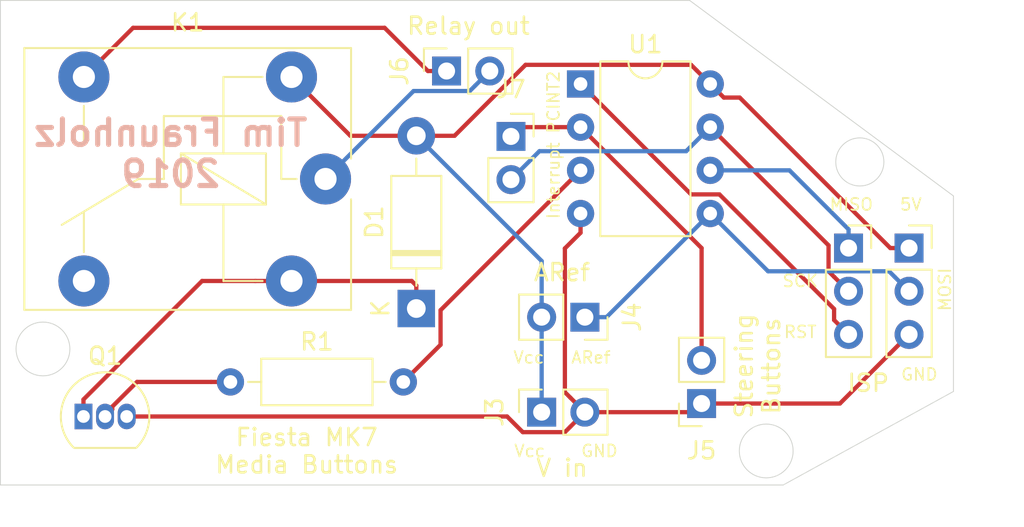
<source format=kicad_pcb>
(kicad_pcb (version 20171130) (host pcbnew "(5.1.2)-2")

  (general
    (thickness 1.6)
    (drawings 25)
    (tracks 78)
    (zones 0)
    (modules 12)
    (nets 13)
  )

  (page A4)
  (layers
    (0 F.Cu signal)
    (31 B.Cu signal)
    (32 B.Adhes user)
    (33 F.Adhes user)
    (34 B.Paste user)
    (35 F.Paste user)
    (36 B.SilkS user)
    (37 F.SilkS user)
    (38 B.Mask user)
    (39 F.Mask user)
    (40 Dwgs.User user)
    (41 Cmts.User user)
    (42 Eco1.User user)
    (43 Eco2.User user)
    (44 Edge.Cuts user)
    (45 Margin user)
    (46 B.CrtYd user)
    (47 F.CrtYd user)
    (48 B.Fab user)
    (49 F.Fab user)
  )

  (setup
    (last_trace_width 0.25)
    (trace_clearance 0.2)
    (zone_clearance 0.508)
    (zone_45_only no)
    (trace_min 0.2)
    (via_size 0.8)
    (via_drill 0.4)
    (via_min_size 0.4)
    (via_min_drill 0.3)
    (uvia_size 0.3)
    (uvia_drill 0.1)
    (uvias_allowed no)
    (uvia_min_size 0.2)
    (uvia_min_drill 0.1)
    (edge_width 0.05)
    (segment_width 0.2)
    (pcb_text_width 0.3)
    (pcb_text_size 1.5 1.5)
    (mod_edge_width 0.12)
    (mod_text_size 1 1)
    (mod_text_width 0.15)
    (pad_size 1.524 1.524)
    (pad_drill 0.762)
    (pad_to_mask_clearance 0.051)
    (solder_mask_min_width 0.25)
    (aux_axis_origin 0 0)
    (visible_elements FFFFFF7F)
    (pcbplotparams
      (layerselection 0x010fc_ffffffff)
      (usegerberextensions false)
      (usegerberattributes false)
      (usegerberadvancedattributes false)
      (creategerberjobfile false)
      (excludeedgelayer true)
      (linewidth 0.100000)
      (plotframeref false)
      (viasonmask false)
      (mode 1)
      (useauxorigin false)
      (hpglpennumber 1)
      (hpglpenspeed 20)
      (hpglpendiameter 15.000000)
      (psnegative false)
      (psa4output false)
      (plotreference true)
      (plotvalue true)
      (plotinvisibletext false)
      (padsonsilk false)
      (subtractmaskfromsilk false)
      (outputformat 1)
      (mirror false)
      (drillshape 0)
      (scaleselection 1)
      (outputdirectory "gerber/"))
  )

  (net 0 "")
  (net 1 "Net-(D1-Pad1)")
  (net 2 +5V)
  (net 3 "Net-(J1-Pad1)")
  (net 4 "Net-(J1-Pad2)")
  (net 5 "Net-(J1-Pad3)")
  (net 6 GND)
  (net 7 "Net-(J2-Pad2)")
  (net 8 "Net-(J5-Pad2)")
  (net 9 "Net-(J6-Pad1)")
  (net 10 "Net-(J6-Pad2)")
  (net 11 "Net-(Q1-Pad2)")
  (net 12 "Net-(R1-Pad2)")

  (net_class Default "Dies ist die voreingestellte Netzklasse."
    (clearance 0.2)
    (trace_width 0.25)
    (via_dia 0.8)
    (via_drill 0.4)
    (uvia_dia 0.3)
    (uvia_drill 0.1)
    (add_net +5V)
    (add_net GND)
    (add_net "Net-(D1-Pad1)")
    (add_net "Net-(J1-Pad1)")
    (add_net "Net-(J1-Pad2)")
    (add_net "Net-(J1-Pad3)")
    (add_net "Net-(J2-Pad2)")
    (add_net "Net-(J5-Pad2)")
    (add_net "Net-(J6-Pad1)")
    (add_net "Net-(J6-Pad2)")
    (add_net "Net-(Q1-Pad2)")
    (add_net "Net-(R1-Pad2)")
  )

  (module Connector_PinSocket_2.54mm:PinSocket_1x02_P2.54mm_Vertical (layer F.Cu) (tedit 5A19A420) (tstamp 5D49DAB9)
    (at 144.5 -50)
    (descr "Through hole straight socket strip, 1x02, 2.54mm pitch, single row (from Kicad 4.0.7), script generated")
    (tags "Through hole socket strip THT 1x02 2.54mm single row")
    (path /5D4B0220)
    (fp_text reference J7 (at 0 -2.77) (layer F.SilkS)
      (effects (font (size 1 1) (thickness 0.15)))
    )
    (fp_text value interrupt (at 0 5.31) (layer F.Fab)
      (effects (font (size 1 1) (thickness 0.15)))
    )
    (fp_text user %R (at 0 1.27 90) (layer F.Fab)
      (effects (font (size 1 1) (thickness 0.15)))
    )
    (fp_line (start -1.8 4.3) (end -1.8 -1.8) (layer F.CrtYd) (width 0.05))
    (fp_line (start 1.75 4.3) (end -1.8 4.3) (layer F.CrtYd) (width 0.05))
    (fp_line (start 1.75 -1.8) (end 1.75 4.3) (layer F.CrtYd) (width 0.05))
    (fp_line (start -1.8 -1.8) (end 1.75 -1.8) (layer F.CrtYd) (width 0.05))
    (fp_line (start 0 -1.33) (end 1.33 -1.33) (layer F.SilkS) (width 0.12))
    (fp_line (start 1.33 -1.33) (end 1.33 0) (layer F.SilkS) (width 0.12))
    (fp_line (start 1.33 1.27) (end 1.33 3.87) (layer F.SilkS) (width 0.12))
    (fp_line (start -1.33 3.87) (end 1.33 3.87) (layer F.SilkS) (width 0.12))
    (fp_line (start -1.33 1.27) (end -1.33 3.87) (layer F.SilkS) (width 0.12))
    (fp_line (start -1.33 1.27) (end 1.33 1.27) (layer F.SilkS) (width 0.12))
    (fp_line (start -1.27 3.81) (end -1.27 -1.27) (layer F.Fab) (width 0.1))
    (fp_line (start 1.27 3.81) (end -1.27 3.81) (layer F.Fab) (width 0.1))
    (fp_line (start 1.27 -0.635) (end 1.27 3.81) (layer F.Fab) (width 0.1))
    (fp_line (start 0.635 -1.27) (end 1.27 -0.635) (layer F.Fab) (width 0.1))
    (fp_line (start -1.27 -1.27) (end 0.635 -1.27) (layer F.Fab) (width 0.1))
    (pad 2 thru_hole oval (at 0 2.54) (size 1.7 1.7) (drill 1) (layers *.Cu *.Mask)
      (net 4 "Net-(J1-Pad2)"))
    (pad 1 thru_hole rect (at 0 0) (size 1.7 1.7) (drill 1) (layers *.Cu *.Mask)
      (net 8 "Net-(J5-Pad2)"))
    (model ${KISYS3DMOD}/Connector_PinSocket_2.54mm.3dshapes/PinSocket_1x02_P2.54mm_Vertical.wrl
      (at (xyz 0 0 0))
      (scale (xyz 1 1 1))
      (rotate (xyz 0 0 0))
    )
  )

  (module Diode_THT:D_DO-41_SOD81_P10.16mm_Horizontal (layer F.Cu) (tedit 5AE50CD5) (tstamp 5D499B65)
    (at 138.938 -39.878 90)
    (descr "Diode, DO-41_SOD81 series, Axial, Horizontal, pin pitch=10.16mm, , length*diameter=5.2*2.7mm^2, , http://www.diodes.com/_files/packages/DO-41%20(Plastic).pdf")
    (tags "Diode DO-41_SOD81 series Axial Horizontal pin pitch 10.16mm  length 5.2mm diameter 2.7mm")
    (path /5D496A83)
    (fp_text reference D1 (at 5.08 -2.47 90) (layer F.SilkS)
      (effects (font (size 1 1) (thickness 0.15)))
    )
    (fp_text value DIODE (at 5.08 2.47 90) (layer F.Fab)
      (effects (font (size 1 1) (thickness 0.15)))
    )
    (fp_line (start 2.48 -1.35) (end 2.48 1.35) (layer F.Fab) (width 0.1))
    (fp_line (start 2.48 1.35) (end 7.68 1.35) (layer F.Fab) (width 0.1))
    (fp_line (start 7.68 1.35) (end 7.68 -1.35) (layer F.Fab) (width 0.1))
    (fp_line (start 7.68 -1.35) (end 2.48 -1.35) (layer F.Fab) (width 0.1))
    (fp_line (start 0 0) (end 2.48 0) (layer F.Fab) (width 0.1))
    (fp_line (start 10.16 0) (end 7.68 0) (layer F.Fab) (width 0.1))
    (fp_line (start 3.26 -1.35) (end 3.26 1.35) (layer F.Fab) (width 0.1))
    (fp_line (start 3.36 -1.35) (end 3.36 1.35) (layer F.Fab) (width 0.1))
    (fp_line (start 3.16 -1.35) (end 3.16 1.35) (layer F.Fab) (width 0.1))
    (fp_line (start 2.36 -1.47) (end 2.36 1.47) (layer F.SilkS) (width 0.12))
    (fp_line (start 2.36 1.47) (end 7.8 1.47) (layer F.SilkS) (width 0.12))
    (fp_line (start 7.8 1.47) (end 7.8 -1.47) (layer F.SilkS) (width 0.12))
    (fp_line (start 7.8 -1.47) (end 2.36 -1.47) (layer F.SilkS) (width 0.12))
    (fp_line (start 1.34 0) (end 2.36 0) (layer F.SilkS) (width 0.12))
    (fp_line (start 8.82 0) (end 7.8 0) (layer F.SilkS) (width 0.12))
    (fp_line (start 3.26 -1.47) (end 3.26 1.47) (layer F.SilkS) (width 0.12))
    (fp_line (start 3.38 -1.47) (end 3.38 1.47) (layer F.SilkS) (width 0.12))
    (fp_line (start 3.14 -1.47) (end 3.14 1.47) (layer F.SilkS) (width 0.12))
    (fp_line (start -1.35 -1.6) (end -1.35 1.6) (layer F.CrtYd) (width 0.05))
    (fp_line (start -1.35 1.6) (end 11.51 1.6) (layer F.CrtYd) (width 0.05))
    (fp_line (start 11.51 1.6) (end 11.51 -1.6) (layer F.CrtYd) (width 0.05))
    (fp_line (start 11.51 -1.6) (end -1.35 -1.6) (layer F.CrtYd) (width 0.05))
    (fp_text user %R (at 5.47 0 90) (layer F.Fab)
      (effects (font (size 1 1) (thickness 0.15)))
    )
    (fp_text user K (at 0 -2.1 90) (layer F.Fab)
      (effects (font (size 1 1) (thickness 0.15)))
    )
    (fp_text user K (at 0 -2.1 90) (layer F.SilkS)
      (effects (font (size 1 1) (thickness 0.15)))
    )
    (pad 1 thru_hole rect (at 0 0 90) (size 2.2 2.2) (drill 1.1) (layers *.Cu *.Mask)
      (net 1 "Net-(D1-Pad1)"))
    (pad 2 thru_hole oval (at 10.16 0 90) (size 2.2 2.2) (drill 1.1) (layers *.Cu *.Mask)
      (net 2 +5V))
    (model ${KISYS3DMOD}/Diode_THT.3dshapes/D_DO-41_SOD81_P10.16mm_Horizontal.wrl
      (at (xyz 0 0 0))
      (scale (xyz 1 1 1))
      (rotate (xyz 0 0 0))
    )
  )

  (module Connector_PinSocket_2.54mm:PinSocket_1x03_P2.54mm_Vertical (layer F.Cu) (tedit 5A19A429) (tstamp 5D499B7C)
    (at 164.338 -43.434)
    (descr "Through hole straight socket strip, 1x03, 2.54mm pitch, single row (from Kicad 4.0.7), script generated")
    (tags "Through hole socket strip THT 1x03 2.54mm single row")
    (path /5D49AEB6)
    (fp_text reference J1 (at 0 -2.77) (layer F.SilkS) hide
      (effects (font (size 1 1) (thickness 0.15)))
    )
    (fp_text value Conn_01x03_Male (at 0 7.85) (layer F.Fab)
      (effects (font (size 1 1) (thickness 0.15)))
    )
    (fp_line (start -1.27 -1.27) (end 0.635 -1.27) (layer F.Fab) (width 0.1))
    (fp_line (start 0.635 -1.27) (end 1.27 -0.635) (layer F.Fab) (width 0.1))
    (fp_line (start 1.27 -0.635) (end 1.27 6.35) (layer F.Fab) (width 0.1))
    (fp_line (start 1.27 6.35) (end -1.27 6.35) (layer F.Fab) (width 0.1))
    (fp_line (start -1.27 6.35) (end -1.27 -1.27) (layer F.Fab) (width 0.1))
    (fp_line (start -1.33 1.27) (end 1.33 1.27) (layer F.SilkS) (width 0.12))
    (fp_line (start -1.33 1.27) (end -1.33 6.41) (layer F.SilkS) (width 0.12))
    (fp_line (start -1.33 6.41) (end 1.33 6.41) (layer F.SilkS) (width 0.12))
    (fp_line (start 1.33 1.27) (end 1.33 6.41) (layer F.SilkS) (width 0.12))
    (fp_line (start 1.33 -1.33) (end 1.33 0) (layer F.SilkS) (width 0.12))
    (fp_line (start 0 -1.33) (end 1.33 -1.33) (layer F.SilkS) (width 0.12))
    (fp_line (start -1.8 -1.8) (end 1.75 -1.8) (layer F.CrtYd) (width 0.05))
    (fp_line (start 1.75 -1.8) (end 1.75 6.85) (layer F.CrtYd) (width 0.05))
    (fp_line (start 1.75 6.85) (end -1.8 6.85) (layer F.CrtYd) (width 0.05))
    (fp_line (start -1.8 6.85) (end -1.8 -1.8) (layer F.CrtYd) (width 0.05))
    (fp_text user %R (at 0 2.54 90) (layer F.Fab)
      (effects (font (size 1 1) (thickness 0.15)))
    )
    (pad 1 thru_hole rect (at 0 0) (size 1.7 1.7) (drill 1) (layers *.Cu *.Mask)
      (net 3 "Net-(J1-Pad1)"))
    (pad 2 thru_hole oval (at 0 2.54) (size 1.7 1.7) (drill 1) (layers *.Cu *.Mask)
      (net 4 "Net-(J1-Pad2)"))
    (pad 3 thru_hole oval (at 0 5.08) (size 1.7 1.7) (drill 1) (layers *.Cu *.Mask)
      (net 5 "Net-(J1-Pad3)"))
    (model ${KISYS3DMOD}/Connector_PinSocket_2.54mm.3dshapes/PinSocket_1x03_P2.54mm_Vertical.wrl
      (at (xyz 0 0 0))
      (scale (xyz 1 1 1))
      (rotate (xyz 0 0 0))
    )
  )

  (module Connector_PinSocket_2.54mm:PinSocket_1x03_P2.54mm_Vertical (layer F.Cu) (tedit 5A19A429) (tstamp 5D499B93)
    (at 167.894 -43.434)
    (descr "Through hole straight socket strip, 1x03, 2.54mm pitch, single row (from Kicad 4.0.7), script generated")
    (tags "Through hole socket strip THT 1x03 2.54mm single row")
    (path /5D49B71A)
    (fp_text reference J2 (at 0 -2.77) (layer F.SilkS) hide
      (effects (font (size 1 1) (thickness 0.15)))
    )
    (fp_text value Conn_01x03_Male (at 0 7.85) (layer F.Fab)
      (effects (font (size 1 1) (thickness 0.15)))
    )
    (fp_text user %R (at 0 2.54 90) (layer F.Fab)
      (effects (font (size 1 1) (thickness 0.15)))
    )
    (fp_line (start -1.8 6.85) (end -1.8 -1.8) (layer F.CrtYd) (width 0.05))
    (fp_line (start 1.75 6.85) (end -1.8 6.85) (layer F.CrtYd) (width 0.05))
    (fp_line (start 1.75 -1.8) (end 1.75 6.85) (layer F.CrtYd) (width 0.05))
    (fp_line (start -1.8 -1.8) (end 1.75 -1.8) (layer F.CrtYd) (width 0.05))
    (fp_line (start 0 -1.33) (end 1.33 -1.33) (layer F.SilkS) (width 0.12))
    (fp_line (start 1.33 -1.33) (end 1.33 0) (layer F.SilkS) (width 0.12))
    (fp_line (start 1.33 1.27) (end 1.33 6.41) (layer F.SilkS) (width 0.12))
    (fp_line (start -1.33 6.41) (end 1.33 6.41) (layer F.SilkS) (width 0.12))
    (fp_line (start -1.33 1.27) (end -1.33 6.41) (layer F.SilkS) (width 0.12))
    (fp_line (start -1.33 1.27) (end 1.33 1.27) (layer F.SilkS) (width 0.12))
    (fp_line (start -1.27 6.35) (end -1.27 -1.27) (layer F.Fab) (width 0.1))
    (fp_line (start 1.27 6.35) (end -1.27 6.35) (layer F.Fab) (width 0.1))
    (fp_line (start 1.27 -0.635) (end 1.27 6.35) (layer F.Fab) (width 0.1))
    (fp_line (start 0.635 -1.27) (end 1.27 -0.635) (layer F.Fab) (width 0.1))
    (fp_line (start -1.27 -1.27) (end 0.635 -1.27) (layer F.Fab) (width 0.1))
    (pad 3 thru_hole oval (at 0 5.08) (size 1.7 1.7) (drill 1) (layers *.Cu *.Mask)
      (net 6 GND))
    (pad 2 thru_hole oval (at 0 2.54) (size 1.7 1.7) (drill 1) (layers *.Cu *.Mask)
      (net 7 "Net-(J2-Pad2)"))
    (pad 1 thru_hole rect (at 0 0) (size 1.7 1.7) (drill 1) (layers *.Cu *.Mask)
      (net 2 +5V))
    (model ${KISYS3DMOD}/Connector_PinSocket_2.54mm.3dshapes/PinSocket_1x03_P2.54mm_Vertical.wrl
      (at (xyz 0 0 0))
      (scale (xyz 1 1 1))
      (rotate (xyz 0 0 0))
    )
  )

  (module Connector_PinSocket_2.54mm:PinSocket_1x02_P2.54mm_Vertical (layer F.Cu) (tedit 5A19A420) (tstamp 5D499BA9)
    (at 146.304 -33.782 90)
    (descr "Through hole straight socket strip, 1x02, 2.54mm pitch, single row (from Kicad 4.0.7), script generated")
    (tags "Through hole socket strip THT 1x02 2.54mm single row")
    (path /5D4A4109)
    (fp_text reference J3 (at 0 -2.77 90) (layer F.SilkS)
      (effects (font (size 1 1) (thickness 0.15)))
    )
    (fp_text value Conn_01x02_Male (at 0 5.31 90) (layer F.Fab)
      (effects (font (size 1 1) (thickness 0.15)))
    )
    (fp_line (start -1.27 -1.27) (end 0.635 -1.27) (layer F.Fab) (width 0.1))
    (fp_line (start 0.635 -1.27) (end 1.27 -0.635) (layer F.Fab) (width 0.1))
    (fp_line (start 1.27 -0.635) (end 1.27 3.81) (layer F.Fab) (width 0.1))
    (fp_line (start 1.27 3.81) (end -1.27 3.81) (layer F.Fab) (width 0.1))
    (fp_line (start -1.27 3.81) (end -1.27 -1.27) (layer F.Fab) (width 0.1))
    (fp_line (start -1.33 1.27) (end 1.33 1.27) (layer F.SilkS) (width 0.12))
    (fp_line (start -1.33 1.27) (end -1.33 3.87) (layer F.SilkS) (width 0.12))
    (fp_line (start -1.33 3.87) (end 1.33 3.87) (layer F.SilkS) (width 0.12))
    (fp_line (start 1.33 1.27) (end 1.33 3.87) (layer F.SilkS) (width 0.12))
    (fp_line (start 1.33 -1.33) (end 1.33 0) (layer F.SilkS) (width 0.12))
    (fp_line (start 0 -1.33) (end 1.33 -1.33) (layer F.SilkS) (width 0.12))
    (fp_line (start -1.8 -1.8) (end 1.75 -1.8) (layer F.CrtYd) (width 0.05))
    (fp_line (start 1.75 -1.8) (end 1.75 4.3) (layer F.CrtYd) (width 0.05))
    (fp_line (start 1.75 4.3) (end -1.8 4.3) (layer F.CrtYd) (width 0.05))
    (fp_line (start -1.8 4.3) (end -1.8 -1.8) (layer F.CrtYd) (width 0.05))
    (fp_text user %R (at 0 1.27) (layer F.Fab)
      (effects (font (size 1 1) (thickness 0.15)))
    )
    (pad 1 thru_hole rect (at 0 0 90) (size 1.7 1.7) (drill 1) (layers *.Cu *.Mask)
      (net 2 +5V))
    (pad 2 thru_hole oval (at 0 2.54 90) (size 1.7 1.7) (drill 1) (layers *.Cu *.Mask)
      (net 6 GND))
    (model ${KISYS3DMOD}/Connector_PinSocket_2.54mm.3dshapes/PinSocket_1x02_P2.54mm_Vertical.wrl
      (at (xyz 0 0 0))
      (scale (xyz 1 1 1))
      (rotate (xyz 0 0 0))
    )
  )

  (module Connector_PinSocket_2.54mm:PinSocket_1x02_P2.54mm_Vertical (layer F.Cu) (tedit 5A19A420) (tstamp 5D499BBF)
    (at 148.844 -39.37 270)
    (descr "Through hole straight socket strip, 1x02, 2.54mm pitch, single row (from Kicad 4.0.7), script generated")
    (tags "Through hole socket strip THT 1x02 2.54mm single row")
    (path /5D4A5587)
    (fp_text reference J4 (at 0 -2.77 90) (layer F.SilkS)
      (effects (font (size 1 1) (thickness 0.15)))
    )
    (fp_text value "ARef VCC" (at 0 5.31 90) (layer F.Fab)
      (effects (font (size 1 1) (thickness 0.15)))
    )
    (fp_text user %R (at 0 1.27) (layer F.Fab)
      (effects (font (size 1 1) (thickness 0.15)))
    )
    (fp_line (start -1.8 4.3) (end -1.8 -1.8) (layer F.CrtYd) (width 0.05))
    (fp_line (start 1.75 4.3) (end -1.8 4.3) (layer F.CrtYd) (width 0.05))
    (fp_line (start 1.75 -1.8) (end 1.75 4.3) (layer F.CrtYd) (width 0.05))
    (fp_line (start -1.8 -1.8) (end 1.75 -1.8) (layer F.CrtYd) (width 0.05))
    (fp_line (start 0 -1.33) (end 1.33 -1.33) (layer F.SilkS) (width 0.12))
    (fp_line (start 1.33 -1.33) (end 1.33 0) (layer F.SilkS) (width 0.12))
    (fp_line (start 1.33 1.27) (end 1.33 3.87) (layer F.SilkS) (width 0.12))
    (fp_line (start -1.33 3.87) (end 1.33 3.87) (layer F.SilkS) (width 0.12))
    (fp_line (start -1.33 1.27) (end -1.33 3.87) (layer F.SilkS) (width 0.12))
    (fp_line (start -1.33 1.27) (end 1.33 1.27) (layer F.SilkS) (width 0.12))
    (fp_line (start -1.27 3.81) (end -1.27 -1.27) (layer F.Fab) (width 0.1))
    (fp_line (start 1.27 3.81) (end -1.27 3.81) (layer F.Fab) (width 0.1))
    (fp_line (start 1.27 -0.635) (end 1.27 3.81) (layer F.Fab) (width 0.1))
    (fp_line (start 0.635 -1.27) (end 1.27 -0.635) (layer F.Fab) (width 0.1))
    (fp_line (start -1.27 -1.27) (end 0.635 -1.27) (layer F.Fab) (width 0.1))
    (pad 2 thru_hole oval (at 0 2.54 270) (size 1.7 1.7) (drill 1) (layers *.Cu *.Mask)
      (net 2 +5V))
    (pad 1 thru_hole rect (at 0 0 270) (size 1.7 1.7) (drill 1) (layers *.Cu *.Mask)
      (net 7 "Net-(J2-Pad2)"))
    (model ${KISYS3DMOD}/Connector_PinSocket_2.54mm.3dshapes/PinSocket_1x02_P2.54mm_Vertical.wrl
      (at (xyz 0 0 0))
      (scale (xyz 1 1 1))
      (rotate (xyz 0 0 0))
    )
  )

  (module Connector_PinSocket_2.54mm:PinSocket_1x02_P2.54mm_Vertical (layer F.Cu) (tedit 5A19A420) (tstamp 5D499BD5)
    (at 155.702 -34.29 180)
    (descr "Through hole straight socket strip, 1x02, 2.54mm pitch, single row (from Kicad 4.0.7), script generated")
    (tags "Through hole socket strip THT 1x02 2.54mm single row")
    (path /5D4A1F62)
    (fp_text reference J5 (at 0 -2.77) (layer F.SilkS)
      (effects (font (size 1 1) (thickness 0.15)))
    )
    (fp_text value "steering buttons" (at 0 5.31) (layer F.Fab)
      (effects (font (size 1 1) (thickness 0.15)))
    )
    (fp_text user %R (at 0 1.27 90) (layer F.Fab)
      (effects (font (size 1 1) (thickness 0.15)))
    )
    (fp_line (start -1.8 4.3) (end -1.8 -1.8) (layer F.CrtYd) (width 0.05))
    (fp_line (start 1.75 4.3) (end -1.8 4.3) (layer F.CrtYd) (width 0.05))
    (fp_line (start 1.75 -1.8) (end 1.75 4.3) (layer F.CrtYd) (width 0.05))
    (fp_line (start -1.8 -1.8) (end 1.75 -1.8) (layer F.CrtYd) (width 0.05))
    (fp_line (start 0 -1.33) (end 1.33 -1.33) (layer F.SilkS) (width 0.12))
    (fp_line (start 1.33 -1.33) (end 1.33 0) (layer F.SilkS) (width 0.12))
    (fp_line (start 1.33 1.27) (end 1.33 3.87) (layer F.SilkS) (width 0.12))
    (fp_line (start -1.33 3.87) (end 1.33 3.87) (layer F.SilkS) (width 0.12))
    (fp_line (start -1.33 1.27) (end -1.33 3.87) (layer F.SilkS) (width 0.12))
    (fp_line (start -1.33 1.27) (end 1.33 1.27) (layer F.SilkS) (width 0.12))
    (fp_line (start -1.27 3.81) (end -1.27 -1.27) (layer F.Fab) (width 0.1))
    (fp_line (start 1.27 3.81) (end -1.27 3.81) (layer F.Fab) (width 0.1))
    (fp_line (start 1.27 -0.635) (end 1.27 3.81) (layer F.Fab) (width 0.1))
    (fp_line (start 0.635 -1.27) (end 1.27 -0.635) (layer F.Fab) (width 0.1))
    (fp_line (start -1.27 -1.27) (end 0.635 -1.27) (layer F.Fab) (width 0.1))
    (pad 2 thru_hole oval (at 0 2.54 180) (size 1.7 1.7) (drill 1) (layers *.Cu *.Mask)
      (net 8 "Net-(J5-Pad2)"))
    (pad 1 thru_hole rect (at 0 0 180) (size 1.7 1.7) (drill 1) (layers *.Cu *.Mask)
      (net 6 GND))
    (model ${KISYS3DMOD}/Connector_PinSocket_2.54mm.3dshapes/PinSocket_1x02_P2.54mm_Vertical.wrl
      (at (xyz 0 0 0))
      (scale (xyz 1 1 1))
      (rotate (xyz 0 0 0))
    )
  )

  (module Connector_PinSocket_2.54mm:PinSocket_1x02_P2.54mm_Vertical (layer F.Cu) (tedit 5A19A420) (tstamp 5D49A0E9)
    (at 140.716 -53.848 90)
    (descr "Through hole straight socket strip, 1x02, 2.54mm pitch, single row (from Kicad 4.0.7), script generated")
    (tags "Through hole socket strip THT 1x02 2.54mm single row")
    (path /5D499C68)
    (fp_text reference J6 (at 0 -2.77 90) (layer F.SilkS)
      (effects (font (size 1 1) (thickness 0.15)))
    )
    (fp_text value "relay out" (at 0 5.31 90) (layer F.Fab)
      (effects (font (size 1 1) (thickness 0.15)))
    )
    (fp_line (start -1.27 -1.27) (end 0.635 -1.27) (layer F.Fab) (width 0.1))
    (fp_line (start 0.635 -1.27) (end 1.27 -0.635) (layer F.Fab) (width 0.1))
    (fp_line (start 1.27 -0.635) (end 1.27 3.81) (layer F.Fab) (width 0.1))
    (fp_line (start 1.27 3.81) (end -1.27 3.81) (layer F.Fab) (width 0.1))
    (fp_line (start -1.27 3.81) (end -1.27 -1.27) (layer F.Fab) (width 0.1))
    (fp_line (start -1.33 1.27) (end 1.33 1.27) (layer F.SilkS) (width 0.12))
    (fp_line (start -1.33 1.27) (end -1.33 3.87) (layer F.SilkS) (width 0.12))
    (fp_line (start -1.33 3.87) (end 1.33 3.87) (layer F.SilkS) (width 0.12))
    (fp_line (start 1.33 1.27) (end 1.33 3.87) (layer F.SilkS) (width 0.12))
    (fp_line (start 1.33 -1.33) (end 1.33 0) (layer F.SilkS) (width 0.12))
    (fp_line (start 0 -1.33) (end 1.33 -1.33) (layer F.SilkS) (width 0.12))
    (fp_line (start -1.8 -1.8) (end 1.75 -1.8) (layer F.CrtYd) (width 0.05))
    (fp_line (start 1.75 -1.8) (end 1.75 4.3) (layer F.CrtYd) (width 0.05))
    (fp_line (start 1.75 4.3) (end -1.8 4.3) (layer F.CrtYd) (width 0.05))
    (fp_line (start -1.8 4.3) (end -1.8 -1.8) (layer F.CrtYd) (width 0.05))
    (fp_text user %R (at 0 1.27) (layer F.Fab)
      (effects (font (size 1 1) (thickness 0.15)))
    )
    (pad 1 thru_hole rect (at 0 0 90) (size 1.7 1.7) (drill 1) (layers *.Cu *.Mask)
      (net 9 "Net-(J6-Pad1)"))
    (pad 2 thru_hole oval (at 0 2.54 90) (size 1.7 1.7) (drill 1) (layers *.Cu *.Mask)
      (net 10 "Net-(J6-Pad2)"))
    (model ${KISYS3DMOD}/Connector_PinSocket_2.54mm.3dshapes/PinSocket_1x02_P2.54mm_Vertical.wrl
      (at (xyz 0 0 0))
      (scale (xyz 1 1 1))
      (rotate (xyz 0 0 0))
    )
  )

  (module Finder_36_Relay:Relay_SPDT_Finder_36.11 (layer F.Cu) (tedit 5D3F5A07) (tstamp 5D499C13)
    (at 133.604 -47.498 180)
    (descr "FINDER 36.11, SPDT relay, 10A, https://gfinder.findernet.com/public/attachments/36/EN/S36EN.pdf")
    (tags "spdt relay")
    (path /5D494C9D)
    (fp_text reference K1 (at 8.1 9.2) (layer F.SilkS)
      (effects (font (size 1 1) (thickness 0.15)))
    )
    (fp_text value FINDER-36.11-4301 (at 8 -9.6) (layer F.Fab)
      (effects (font (size 1 1) (thickness 0.15)))
    )
    (fp_line (start 8.5 1.5) (end 3.5 1.5) (layer F.SilkS) (width 0.12))
    (fp_line (start 8.5 -1.5) (end 8.5 1.5) (layer F.SilkS) (width 0.12))
    (fp_line (start 3.5 -1.5) (end 8.5 -1.5) (layer F.SilkS) (width 0.12))
    (fp_line (start 3.5 1.5) (end 3.5 -1.5) (layer F.SilkS) (width 0.12))
    (fp_line (start 8.5 1.5) (end 3.5 -1.5) (layer F.SilkS) (width 0.12))
    (fp_line (start 6 1.5) (end 6 6) (layer F.SilkS) (width 0.12))
    (fp_line (start 6 -6) (end 6 -1.5) (layer F.SilkS) (width 0.12))
    (fp_line (start 2.6 0) (end 2.6 3.7) (layer F.SilkS) (width 0.12))
    (fp_line (start 9.5 0) (end 9.5 3.7) (layer F.SilkS) (width 0.12))
    (fp_line (start 9.5 3.7) (end 2.6 3.7) (layer F.SilkS) (width 0.12))
    (fp_line (start 11 0) (end 15.5 -2.7) (layer F.SilkS) (width 0.12))
    (fp_line (start 9.5 0) (end 11 0) (layer F.SilkS) (width 0.12))
    (fp_line (start 6 -6) (end 3.7 -6) (layer F.SilkS) (width 0.12))
    (fp_line (start 2.6 0) (end 1.7 0) (layer F.SilkS) (width 0.12))
    (fp_line (start 3.7 6) (end 6 6) (layer F.SilkS) (width 0.12))
    (fp_line (start 14.2 -4.3) (end 14.2 -2) (layer F.SilkS) (width 0.12))
    (fp_line (start 14.2 4.3) (end 14.2 2) (layer F.SilkS) (width 0.12))
    (fp_line (start -1.75 7.85) (end 17.85 7.85) (layer F.CrtYd) (width 0.05))
    (fp_line (start 17.85 -7.85) (end 17.85 7.85) (layer F.CrtYd) (width 0.05))
    (fp_line (start -1.75 7.85) (end -1.75 -7.85) (layer F.CrtYd) (width 0.05))
    (fp_line (start 17.85 -7.85) (end -1.75 -7.85) (layer F.CrtYd) (width 0.05))
    (fp_text user %R (at 7.1 0.025) (layer F.Fab)
      (effects (font (size 1 1) (thickness 0.15)))
    )
    (fp_line (start -1.4 7.6) (end -1.4 -7.6) (layer F.Fab) (width 0.1))
    (fp_line (start 17.6 7.6) (end -1.4 7.6) (layer F.Fab) (width 0.1))
    (fp_line (start 17.6 -7.6) (end 17.6 7.6) (layer F.Fab) (width 0.1))
    (fp_line (start -1.4 -7.6) (end 17.6 -7.6) (layer F.Fab) (width 0.1))
    (fp_line (start 17.7 7.7) (end -1.5 7.7) (layer F.SilkS) (width 0.12))
    (fp_line (start 17.7 -7.7) (end 17.7 7.7) (layer F.SilkS) (width 0.12))
    (fp_line (start -1.5 -7.7) (end 17.7 -7.7) (layer F.SilkS) (width 0.12))
    (fp_line (start -1.5 -7.7) (end -1.5 -1.2) (layer F.SilkS) (width 0.12))
    (fp_line (start -1.5 1.2) (end -1.5 7.7) (layer F.SilkS) (width 0.12))
    (pad 11 thru_hole circle (at 0 0 180) (size 3 3) (drill 1.3) (layers *.Cu *.Mask)
      (net 10 "Net-(J6-Pad2)"))
    (pad A2 thru_hole circle (at 2 -6 180) (size 3 3) (drill 1.3) (layers *.Cu *.Mask)
      (net 1 "Net-(D1-Pad1)"))
    (pad 12 thru_hole circle (at 14.2 -6 180) (size 3 3) (drill 1.3) (layers *.Cu *.Mask))
    (pad 14 thru_hole circle (at 14.2 6 180) (size 3 3) (drill 1.3) (layers *.Cu *.Mask)
      (net 9 "Net-(J6-Pad1)"))
    (pad A1 thru_hole circle (at 2 6 180) (size 3 3) (drill 1.3) (layers *.Cu *.Mask)
      (net 2 +5V))
    (model ${KISYS3DMOD}/Relay_THT.3dshapes/Relay_SPDT_Finder_36.11.wrl
      (at (xyz 0 0 0))
      (scale (xyz 1 1 1))
      (rotate (xyz 0 0 0))
    )
  )

  (module Package_TO_SOT_THT:TO-92_Inline (layer F.Cu) (tedit 5A1DD157) (tstamp 5D499C25)
    (at 119.38 -33.528)
    (descr "TO-92 leads in-line, narrow, oval pads, drill 0.75mm (see NXP sot054_po.pdf)")
    (tags "to-92 sc-43 sc-43a sot54 PA33 transistor")
    (path /5D497464)
    (fp_text reference Q1 (at 1.27 -3.56) (layer F.SilkS)
      (effects (font (size 1 1) (thickness 0.15)))
    )
    (fp_text value BC547 (at 1.27 2.79) (layer F.Fab)
      (effects (font (size 1 1) (thickness 0.15)))
    )
    (fp_text user %R (at 1.27 -3.56) (layer F.Fab)
      (effects (font (size 1 1) (thickness 0.15)))
    )
    (fp_line (start -0.53 1.85) (end 3.07 1.85) (layer F.SilkS) (width 0.12))
    (fp_line (start -0.5 1.75) (end 3 1.75) (layer F.Fab) (width 0.1))
    (fp_line (start -1.46 -2.73) (end 4 -2.73) (layer F.CrtYd) (width 0.05))
    (fp_line (start -1.46 -2.73) (end -1.46 2.01) (layer F.CrtYd) (width 0.05))
    (fp_line (start 4 2.01) (end 4 -2.73) (layer F.CrtYd) (width 0.05))
    (fp_line (start 4 2.01) (end -1.46 2.01) (layer F.CrtYd) (width 0.05))
    (fp_arc (start 1.27 0) (end 1.27 -2.48) (angle 135) (layer F.Fab) (width 0.1))
    (fp_arc (start 1.27 0) (end 1.27 -2.6) (angle -135) (layer F.SilkS) (width 0.12))
    (fp_arc (start 1.27 0) (end 1.27 -2.48) (angle -135) (layer F.Fab) (width 0.1))
    (fp_arc (start 1.27 0) (end 1.27 -2.6) (angle 135) (layer F.SilkS) (width 0.12))
    (pad 2 thru_hole oval (at 1.27 0) (size 1.05 1.5) (drill 0.75) (layers *.Cu *.Mask)
      (net 11 "Net-(Q1-Pad2)"))
    (pad 3 thru_hole oval (at 2.54 0) (size 1.05 1.5) (drill 0.75) (layers *.Cu *.Mask)
      (net 6 GND))
    (pad 1 thru_hole rect (at 0 0) (size 1.05 1.5) (drill 0.75) (layers *.Cu *.Mask)
      (net 1 "Net-(D1-Pad1)"))
    (model ${KISYS3DMOD}/Package_TO_SOT_THT.3dshapes/TO-92_Inline.wrl
      (at (xyz 0 0 0))
      (scale (xyz 1 1 1))
      (rotate (xyz 0 0 0))
    )
  )

  (module Resistor_THT:R_Axial_DIN0207_L6.3mm_D2.5mm_P10.16mm_Horizontal (layer F.Cu) (tedit 5AE5139B) (tstamp 5D499C3C)
    (at 128.016 -35.56)
    (descr "Resistor, Axial_DIN0207 series, Axial, Horizontal, pin pitch=10.16mm, 0.25W = 1/4W, length*diameter=6.3*2.5mm^2, http://cdn-reichelt.de/documents/datenblatt/B400/1_4W%23YAG.pdf")
    (tags "Resistor Axial_DIN0207 series Axial Horizontal pin pitch 10.16mm 0.25W = 1/4W length 6.3mm diameter 2.5mm")
    (path /5D498345)
    (fp_text reference R1 (at 5.08 -2.37) (layer F.SilkS)
      (effects (font (size 1 1) (thickness 0.15)))
    )
    (fp_text value R (at 5.08 2.37) (layer F.Fab)
      (effects (font (size 1 1) (thickness 0.15)))
    )
    (fp_line (start 1.93 -1.25) (end 1.93 1.25) (layer F.Fab) (width 0.1))
    (fp_line (start 1.93 1.25) (end 8.23 1.25) (layer F.Fab) (width 0.1))
    (fp_line (start 8.23 1.25) (end 8.23 -1.25) (layer F.Fab) (width 0.1))
    (fp_line (start 8.23 -1.25) (end 1.93 -1.25) (layer F.Fab) (width 0.1))
    (fp_line (start 0 0) (end 1.93 0) (layer F.Fab) (width 0.1))
    (fp_line (start 10.16 0) (end 8.23 0) (layer F.Fab) (width 0.1))
    (fp_line (start 1.81 -1.37) (end 1.81 1.37) (layer F.SilkS) (width 0.12))
    (fp_line (start 1.81 1.37) (end 8.35 1.37) (layer F.SilkS) (width 0.12))
    (fp_line (start 8.35 1.37) (end 8.35 -1.37) (layer F.SilkS) (width 0.12))
    (fp_line (start 8.35 -1.37) (end 1.81 -1.37) (layer F.SilkS) (width 0.12))
    (fp_line (start 1.04 0) (end 1.81 0) (layer F.SilkS) (width 0.12))
    (fp_line (start 9.12 0) (end 8.35 0) (layer F.SilkS) (width 0.12))
    (fp_line (start -1.05 -1.5) (end -1.05 1.5) (layer F.CrtYd) (width 0.05))
    (fp_line (start -1.05 1.5) (end 11.21 1.5) (layer F.CrtYd) (width 0.05))
    (fp_line (start 11.21 1.5) (end 11.21 -1.5) (layer F.CrtYd) (width 0.05))
    (fp_line (start 11.21 -1.5) (end -1.05 -1.5) (layer F.CrtYd) (width 0.05))
    (fp_text user %R (at 5.08 0) (layer F.Fab)
      (effects (font (size 1 1) (thickness 0.15)))
    )
    (pad 1 thru_hole circle (at 0 0) (size 1.6 1.6) (drill 0.8) (layers *.Cu *.Mask)
      (net 11 "Net-(Q1-Pad2)"))
    (pad 2 thru_hole oval (at 10.16 0) (size 1.6 1.6) (drill 0.8) (layers *.Cu *.Mask)
      (net 12 "Net-(R1-Pad2)"))
    (model ${KISYS3DMOD}/Resistor_THT.3dshapes/R_Axial_DIN0207_L6.3mm_D2.5mm_P10.16mm_Horizontal.wrl
      (at (xyz 0 0 0))
      (scale (xyz 1 1 1))
      (rotate (xyz 0 0 0))
    )
  )

  (module Package_DIP:DIP-8_W7.62mm (layer F.Cu) (tedit 5A02E8C5) (tstamp 5D499C58)
    (at 148.59 -53.086)
    (descr "8-lead though-hole mounted DIP package, row spacing 7.62 mm (300 mils)")
    (tags "THT DIP DIL PDIP 2.54mm 7.62mm 300mil")
    (path /5D49362F)
    (fp_text reference U1 (at 3.81 -2.33) (layer F.SilkS)
      (effects (font (size 1 1) (thickness 0.15)))
    )
    (fp_text value ATtiny45-20PU (at 3.81 9.95) (layer F.Fab)
      (effects (font (size 1 1) (thickness 0.15)))
    )
    (fp_arc (start 3.81 -1.33) (end 2.81 -1.33) (angle -180) (layer F.SilkS) (width 0.12))
    (fp_line (start 1.635 -1.27) (end 6.985 -1.27) (layer F.Fab) (width 0.1))
    (fp_line (start 6.985 -1.27) (end 6.985 8.89) (layer F.Fab) (width 0.1))
    (fp_line (start 6.985 8.89) (end 0.635 8.89) (layer F.Fab) (width 0.1))
    (fp_line (start 0.635 8.89) (end 0.635 -0.27) (layer F.Fab) (width 0.1))
    (fp_line (start 0.635 -0.27) (end 1.635 -1.27) (layer F.Fab) (width 0.1))
    (fp_line (start 2.81 -1.33) (end 1.16 -1.33) (layer F.SilkS) (width 0.12))
    (fp_line (start 1.16 -1.33) (end 1.16 8.95) (layer F.SilkS) (width 0.12))
    (fp_line (start 1.16 8.95) (end 6.46 8.95) (layer F.SilkS) (width 0.12))
    (fp_line (start 6.46 8.95) (end 6.46 -1.33) (layer F.SilkS) (width 0.12))
    (fp_line (start 6.46 -1.33) (end 4.81 -1.33) (layer F.SilkS) (width 0.12))
    (fp_line (start -1.1 -1.55) (end -1.1 9.15) (layer F.CrtYd) (width 0.05))
    (fp_line (start -1.1 9.15) (end 8.7 9.15) (layer F.CrtYd) (width 0.05))
    (fp_line (start 8.7 9.15) (end 8.7 -1.55) (layer F.CrtYd) (width 0.05))
    (fp_line (start 8.7 -1.55) (end -1.1 -1.55) (layer F.CrtYd) (width 0.05))
    (fp_text user %R (at 3.81 3.81) (layer F.Fab)
      (effects (font (size 1 1) (thickness 0.15)))
    )
    (pad 1 thru_hole rect (at 0 0) (size 1.6 1.6) (drill 0.8) (layers *.Cu *.Mask)
      (net 5 "Net-(J1-Pad3)"))
    (pad 5 thru_hole oval (at 7.62 7.62) (size 1.6 1.6) (drill 0.8) (layers *.Cu *.Mask)
      (net 7 "Net-(J2-Pad2)"))
    (pad 2 thru_hole oval (at 0 2.54) (size 1.6 1.6) (drill 0.8) (layers *.Cu *.Mask)
      (net 8 "Net-(J5-Pad2)"))
    (pad 6 thru_hole oval (at 7.62 5.08) (size 1.6 1.6) (drill 0.8) (layers *.Cu *.Mask)
      (net 3 "Net-(J1-Pad1)"))
    (pad 3 thru_hole oval (at 0 5.08) (size 1.6 1.6) (drill 0.8) (layers *.Cu *.Mask)
      (net 12 "Net-(R1-Pad2)"))
    (pad 7 thru_hole oval (at 7.62 2.54) (size 1.6 1.6) (drill 0.8) (layers *.Cu *.Mask)
      (net 4 "Net-(J1-Pad2)"))
    (pad 4 thru_hole oval (at 0 7.62) (size 1.6 1.6) (drill 0.8) (layers *.Cu *.Mask)
      (net 6 GND))
    (pad 8 thru_hole oval (at 7.62 0) (size 1.6 1.6) (drill 0.8) (layers *.Cu *.Mask)
      (net 2 +5V))
    (model ${KISYS3DMOD}/Package_DIP.3dshapes/DIP-8_W7.62mm.wrl
      (at (xyz 0 0 0))
      (scale (xyz 1 1 1))
      (rotate (xyz 0 0 0))
    )
  )

  (gr_text "Tim Fraunholz\n2019" (at 124.5 -49) (layer B.SilkS)
    (effects (font (size 1.5 1.5) (thickness 0.3)) (justify mirror))
  )
  (gr_text ARef (at 147.5 -42) (layer F.SilkS) (tstamp 5D49DC38)
    (effects (font (size 1 1) (thickness 0.15)))
  )
  (gr_text "V in" (at 147.5 -30.5) (layer F.SilkS) (tstamp 5D49DC2E)
    (effects (font (size 1 1) (thickness 0.15)))
  )
  (gr_text "Interrupt PCINT2" (at 147 -49.5 90) (layer F.SilkS) (tstamp 5D49DBB8)
    (effects (font (size 0.7 0.7) (thickness 0.1)))
  )
  (gr_text "Vcc   ARef" (at 147.5 -37) (layer F.SilkS) (tstamp 5D49B1CA)
    (effects (font (size 0.7 0.7) (thickness 0.1)))
  )
  (gr_text MOSI (at 170 -41 90) (layer F.SilkS) (tstamp 5D49B1B1)
    (effects (font (size 0.7 0.7) (thickness 0.1)))
  )
  (gr_text RST (at 161.5 -38.5) (layer F.SilkS) (tstamp 5D49B19B)
    (effects (font (size 0.7 0.7) (thickness 0.1)))
  )
  (gr_text SCK (at 161.5 -41.5) (layer F.SilkS) (tstamp 5D49B196)
    (effects (font (size 0.7 0.7) (thickness 0.1)))
  )
  (gr_text MISO (at 164.5 -46) (layer F.SilkS) (tstamp 5D49B191)
    (effects (font (size 0.7 0.7) (thickness 0.1)))
  )
  (gr_text 5V (at 168 -46) (layer F.SilkS)
    (effects (font (size 0.7 0.7) (thickness 0.1)))
  )
  (gr_text GND (at 168.5 -36) (layer F.SilkS)
    (effects (font (size 0.7 0.7) (thickness 0.1)))
  )
  (gr_text ISP (at 165.5 -35.5) (layer F.SilkS)
    (effects (font (size 1 1) (thickness 0.15)))
  )
  (gr_text "Fiesta MK7\nMedia Buttons" (at 132.5 -31.5) (layer F.SilkS)
    (effects (font (size 1 1) (thickness 0.15)))
  )
  (gr_text "Relay out" (at 142 -56.5) (layer F.SilkS)
    (effects (font (size 1 1) (thickness 0.15)))
  )
  (gr_text "Steering\nButtons" (at 159 -36.5 90) (layer F.SilkS)
    (effects (font (size 1 1) (thickness 0.15)))
  )
  (gr_text "Vcc    GND " (at 148 -31.5) (layer F.SilkS)
    (effects (font (size 0.7 0.7) (thickness 0.1)))
  )
  (gr_circle (center 159.5 -31.5) (end 160 -33) (layer Edge.Cuts) (width 0.05))
  (gr_circle (center 165 -48.5) (end 166 -47.5) (layer Edge.Cuts) (width 0.05))
  (gr_circle (center 117 -37.5) (end 115.5 -38) (layer Edge.Cuts) (width 0.05))
  (gr_line (start 114.5 -29.5) (end 114.5 -58) (layer Edge.Cuts) (width 0.05) (tstamp 5D49ADE1))
  (gr_line (start 160.5 -29.5) (end 114.5 -29.5) (layer Edge.Cuts) (width 0.05))
  (gr_line (start 170.5 -35) (end 160.5 -29.5) (layer Edge.Cuts) (width 0.05))
  (gr_line (start 170.5 -46.5) (end 170.5 -35) (layer Edge.Cuts) (width 0.05))
  (gr_line (start 155 -58) (end 170.5 -46.5) (layer Edge.Cuts) (width 0.05))
  (gr_line (start 114.5 -58) (end 155 -58) (layer Edge.Cuts) (width 0.05))

  (segment (start 129.48268 -41.498) (end 131.604 -41.498) (width 0.25) (layer F.Cu) (net 1))
  (segment (start 126.35 -41.498) (end 129.48268 -41.498) (width 0.25) (layer F.Cu) (net 1))
  (segment (start 119.38 -34.528) (end 126.35 -41.498) (width 0.25) (layer F.Cu) (net 1))
  (segment (start 119.38 -33.528) (end 119.38 -34.528) (width 0.25) (layer F.Cu) (net 1))
  (segment (start 138.938 -41.228) (end 138.938 -39.878) (width 0.25) (layer F.Cu) (net 1))
  (segment (start 138.668 -41.498) (end 138.938 -41.228) (width 0.25) (layer F.Cu) (net 1))
  (segment (start 131.604 -41.498) (end 138.668 -41.498) (width 0.25) (layer F.Cu) (net 1))
  (segment (start 135.064 -50.038) (end 138.938 -50.038) (width 0.25) (layer F.Cu) (net 2))
  (segment (start 131.604 -53.498) (end 135.064 -50.038) (width 0.25) (layer F.Cu) (net 2))
  (segment (start 155.410001 -53.885999) (end 156.21 -53.086) (width 0.25) (layer F.Cu) (net 2))
  (segment (start 155.084999 -54.211001) (end 155.410001 -53.885999) (width 0.25) (layer F.Cu) (net 2))
  (segment (start 145.358003 -54.211001) (end 155.084999 -54.211001) (width 0.25) (layer F.Cu) (net 2))
  (segment (start 141.185002 -50.038) (end 145.358003 -54.211001) (width 0.25) (layer F.Cu) (net 2))
  (segment (start 138.938 -50.038) (end 141.185002 -50.038) (width 0.25) (layer F.Cu) (net 2))
  (segment (start 146.304 -39.37) (end 146.304 -33.782) (width 0.25) (layer B.Cu) (net 2))
  (segment (start 166.794 -43.434) (end 167.894 -43.434) (width 0.25) (layer F.Cu) (net 2))
  (segment (start 157.941999 -52.286001) (end 166.794 -43.434) (width 0.25) (layer F.Cu) (net 2))
  (segment (start 157.009999 -52.286001) (end 157.941999 -52.286001) (width 0.25) (layer F.Cu) (net 2))
  (segment (start 156.21 -53.086) (end 157.009999 -52.286001) (width 0.25) (layer F.Cu) (net 2))
  (segment (start 146.304 -42.672) (end 138.938 -50.038) (width 0.25) (layer B.Cu) (net 2))
  (segment (start 146.304 -39.37) (end 146.304 -42.672) (width 0.25) (layer B.Cu) (net 2))
  (segment (start 164.338 -44.534) (end 164.338 -43.434) (width 0.25) (layer B.Cu) (net 3))
  (segment (start 160.866 -48.006) (end 164.338 -44.534) (width 0.25) (layer B.Cu) (net 3))
  (segment (start 156.21 -48.006) (end 160.866 -48.006) (width 0.25) (layer B.Cu) (net 3))
  (segment (start 163.488001 -41.743999) (end 164.338 -40.894) (width 0.25) (layer F.Cu) (net 4))
  (segment (start 163.162999 -42.069001) (end 163.488001 -41.743999) (width 0.25) (layer F.Cu) (net 4))
  (segment (start 163.162999 -43.593001) (end 163.162999 -42.069001) (width 0.25) (layer F.Cu) (net 4))
  (segment (start 156.21 -50.546) (end 163.162999 -43.593001) (width 0.25) (layer F.Cu) (net 4))
  (segment (start 146.171001 -49.131001) (end 144.5 -47.46) (width 0.25) (layer B.Cu) (net 4))
  (segment (start 156.21 -50.546) (end 154.795001 -49.131001) (width 0.25) (layer B.Cu) (net 4))
  (segment (start 154.795001 -49.131001) (end 146.171001 -49.131001) (width 0.25) (layer B.Cu) (net 4))
  (segment (start 163.488001 -39.203999) (end 164.338 -38.354) (width 0.25) (layer F.Cu) (net 5))
  (segment (start 163.488001 -39.853001) (end 163.488001 -39.203999) (width 0.25) (layer F.Cu) (net 5))
  (segment (start 156.750001 -46.591001) (end 163.488001 -39.853001) (width 0.25) (layer F.Cu) (net 5))
  (segment (start 155.084999 -46.591001) (end 156.750001 -46.591001) (width 0.25) (layer F.Cu) (net 5))
  (segment (start 148.59 -53.086) (end 155.084999 -46.591001) (width 0.25) (layer F.Cu) (net 5))
  (segment (start 155.194 -33.782) (end 155.702 -34.29) (width 0.25) (layer F.Cu) (net 6))
  (segment (start 163.83 -34.29) (end 167.894 -38.354) (width 0.25) (layer F.Cu) (net 6))
  (segment (start 155.702 -34.29) (end 163.83 -34.29) (width 0.25) (layer F.Cu) (net 6))
  (segment (start 148.59 -44.33463) (end 147.668999 -43.413629) (width 0.25) (layer F.Cu) (net 6))
  (segment (start 148.59 -45.466) (end 148.59 -44.33463) (width 0.25) (layer F.Cu) (net 6))
  (segment (start 147.668999 -43.413629) (end 147.668999 -34.957001) (width 0.25) (layer F.Cu) (net 6))
  (segment (start 148.844 -33.782) (end 155.194 -33.782) (width 0.25) (layer F.Cu) (net 6))
  (segment (start 147.994001 -34.631999) (end 148.844 -33.782) (width 0.25) (layer F.Cu) (net 6))
  (segment (start 147.668999 -34.957001) (end 147.994001 -34.631999) (width 0.25) (layer F.Cu) (net 6))
  (segment (start 147.994001 -32.932001) (end 148.844 -33.782) (width 0.25) (layer F.Cu) (net 6))
  (segment (start 147.668999 -32.606999) (end 147.994001 -32.932001) (width 0.25) (layer F.Cu) (net 6))
  (segment (start 145.193999 -32.606999) (end 147.668999 -32.606999) (width 0.25) (layer F.Cu) (net 6))
  (segment (start 144.272998 -33.528) (end 145.193999 -32.606999) (width 0.25) (layer F.Cu) (net 6))
  (segment (start 121.92 -33.528) (end 144.272998 -33.528) (width 0.25) (layer F.Cu) (net 6))
  (segment (start 150.114 -39.37) (end 156.21 -45.466) (width 0.25) (layer B.Cu) (net 7))
  (segment (start 148.844 -39.37) (end 150.114 -39.37) (width 0.25) (layer B.Cu) (net 7))
  (segment (start 167.044001 -41.743999) (end 167.894 -40.894) (width 0.25) (layer B.Cu) (net 7))
  (segment (start 166.718999 -42.069001) (end 167.044001 -41.743999) (width 0.25) (layer B.Cu) (net 7))
  (segment (start 159.606999 -42.069001) (end 166.718999 -42.069001) (width 0.25) (layer B.Cu) (net 7))
  (segment (start 156.21 -45.466) (end 159.606999 -42.069001) (width 0.25) (layer B.Cu) (net 7))
  (segment (start 155.702 -43.434) (end 155.702 -36.83) (width 0.25) (layer F.Cu) (net 8))
  (segment (start 148.59 -50.546) (end 155.702 -43.434) (width 0.25) (layer F.Cu) (net 8))
  (segment (start 148.544 -50.5) (end 148.59 -50.546) (width 0.25) (layer F.Cu) (net 8))
  (segment (start 145.046 -50.546) (end 144.5 -50) (width 0.25) (layer F.Cu) (net 8))
  (segment (start 148.59 -50.546) (end 145.046 -50.546) (width 0.25) (layer F.Cu) (net 8))
  (segment (start 139.616 -53.848) (end 140.716 -53.848) (width 0.25) (layer F.Cu) (net 9))
  (segment (start 137.076 -56.388) (end 139.616 -53.848) (width 0.25) (layer F.Cu) (net 9))
  (segment (start 122.294 -56.388) (end 137.076 -56.388) (width 0.25) (layer F.Cu) (net 9))
  (segment (start 119.404 -53.498) (end 122.294 -56.388) (width 0.25) (layer F.Cu) (net 9))
  (segment (start 142.406001 -52.998001) (end 143.256 -53.848) (width 0.25) (layer B.Cu) (net 10))
  (segment (start 142.080999 -52.672999) (end 142.406001 -52.998001) (width 0.25) (layer B.Cu) (net 10))
  (segment (start 138.778999 -52.672999) (end 142.080999 -52.672999) (width 0.25) (layer B.Cu) (net 10))
  (segment (start 133.604 -47.498) (end 138.778999 -52.672999) (width 0.25) (layer B.Cu) (net 10))
  (segment (start 126.88463 -35.56) (end 128.016 -35.56) (width 0.25) (layer F.Cu) (net 11))
  (segment (start 122.524905 -35.56) (end 126.88463 -35.56) (width 0.25) (layer F.Cu) (net 11))
  (segment (start 121.06999 -34.105085) (end 122.524905 -35.56) (width 0.25) (layer F.Cu) (net 11))
  (segment (start 121.06999 -33.94799) (end 121.06999 -34.105085) (width 0.25) (layer F.Cu) (net 11))
  (segment (start 120.65 -33.528) (end 121.06999 -33.94799) (width 0.25) (layer F.Cu) (net 11))
  (segment (start 147.790001 -47.206001) (end 148.59 -48.006) (width 0.25) (layer F.Cu) (net 12))
  (segment (start 140.363001 -39.779001) (end 147.790001 -47.206001) (width 0.25) (layer F.Cu) (net 12))
  (segment (start 140.363001 -37.747001) (end 140.363001 -39.779001) (width 0.25) (layer F.Cu) (net 12))
  (segment (start 138.176 -35.56) (end 140.363001 -37.747001) (width 0.25) (layer F.Cu) (net 12))

)

</source>
